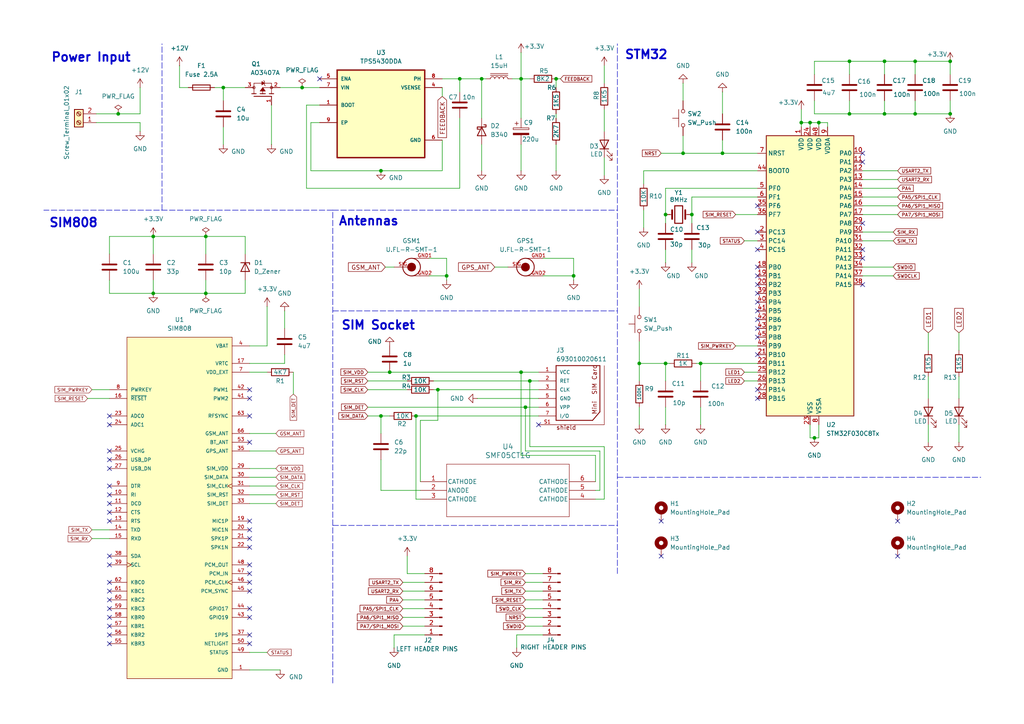
<source format=kicad_sch>
(kicad_sch (version 20250114) (generator "eeschema") (generator_version "9.0")
  (paper "A4")
  (title_block (title "GPS Tracker with STM32") (date "2025-11-27") (comment 1 "By Harshal"))
  (text "SIM808" (at 21.336 64.77 0) (effects (font (size 2.54 2.54) (thickness 0.508) (bold yes))))
  (text "STM32\n" (at 187.452 16.002 0) (effects (font (size 2.54 2.54) (thickness 0.508) (bold yes))))
  (text "SIM Socket" (at 109.728 94.488 0) (effects (font (size 2.54 2.54) (thickness 0.508) (bold yes))))
  (text "Power Input\n" (at 26.416 16.764 0) (effects (font (size 2.54 2.54) (thickness 0.508) (bold yes))))
  (text "Antennas\n" (at 106.934 64.262 0) (effects (font (size 2.54 2.54) (thickness 0.508) (bold yes))))
  (junction (at 161.29 22.86))
  (junction (at 59.69 85.09))
  (junction (at 185.42 105.41))
  (junction (at 275.59 33.02))
  (junction (at 113.03 107.95))
  (junction (at 120.65 120.65))
  (junction (at 152.4 118.11))
  (junction (at 203.2 105.41))
  (junction (at 209.55 44.45))
  (junction (at 129.54 80.01))
  (junction (at 151.13 107.95))
  (junction (at 166.37 80.01))
  (junction (at 265.43 33.02))
  (junction (at 275.59 17.78))
  (junction (at 133.35 22.86))
  (junction (at 246.38 33.02))
  (junction (at 237.49 35.56))
  (junction (at 246.38 17.78))
  (junction (at 110.49 49.53))
  (junction (at 232.41 35.56))
  (junction (at 44.45 85.09))
  (junction (at 265.43 17.78))
  (junction (at 153.67 110.49))
  (junction (at 127 113.03))
  (junction (at 34.29 33.02))
  (junction (at 198.12 44.45))
  (junction (at 256.54 33.02))
  (junction (at 200.66 62.23))
  (junction (at 139.7 22.86))
  (junction (at 193.04 105.41))
  (junction (at 151.13 22.86))
  (junction (at 110.49 120.65))
  (junction (at 236.22 127))
  (junction (at 193.04 62.23))
  (junction (at 87.63 25.4))
  (junction (at 256.54 17.78))
  (junction (at 44.45 68.58))
  (junction (at 234.95 35.56))
  (junction (at 59.69 68.58))
  (junction (at 64.77 25.4))
  (no_connect (at 72.39 120.65))
  (no_connect (at 31.75 120.65))
  (no_connect (at 72.39 153.67))
  (no_connect (at 219.71 113.03))
  (no_connect (at 260.35 161.29))
  (no_connect (at 31.75 146.05))
  (no_connect (at 219.71 85.09))
  (no_connect (at 72.39 184.15))
  (no_connect (at 92.71 22.86))
  (no_connect (at 250.19 72.39))
  (no_connect (at 31.75 133.35))
  (no_connect (at 31.75 140.97))
  (no_connect (at 219.71 72.39))
  (no_connect (at 219.71 82.55))
  (no_connect (at 72.39 179.07))
  (no_connect (at 31.75 148.59))
  (no_connect (at 72.39 186.69))
  (no_connect (at 31.75 171.45))
  (no_connect (at 156.21 123.19))
  (no_connect (at 72.39 156.21))
  (no_connect (at 250.19 44.45))
  (no_connect (at 31.75 143.51))
  (no_connect (at 219.71 80.01))
  (no_connect (at 31.75 123.19))
  (no_connect (at 219.71 92.71))
  (no_connect (at 31.75 135.89))
  (no_connect (at 72.39 115.57))
  (no_connect (at 31.75 130.81))
  (no_connect (at 31.75 163.83))
  (no_connect (at 31.75 181.61))
  (no_connect (at 31.75 151.13))
  (no_connect (at 72.39 176.53))
  (no_connect (at 31.75 161.29))
  (no_connect (at 72.39 163.83))
  (no_connect (at 31.75 184.15))
  (no_connect (at 250.19 46.99))
  (no_connect (at 72.39 151.13))
  (no_connect (at 72.39 168.91))
  (no_connect (at 219.71 102.87))
  (no_connect (at 219.71 77.47))
  (no_connect (at 219.71 115.57))
  (no_connect (at 72.39 128.27))
  (no_connect (at 219.71 67.31))
  (no_connect (at 260.35 151.13))
  (no_connect (at 191.77 151.13))
  (no_connect (at 72.39 171.45))
  (no_connect (at 31.75 168.91))
  (no_connect (at 250.19 82.55))
  (no_connect (at 219.71 95.25))
  (no_connect (at 31.75 179.07))
  (no_connect (at 250.19 74.93))
  (no_connect (at 72.39 158.75))
  (no_connect (at 72.39 166.37))
  (no_connect (at 219.71 90.17))
  (no_connect (at 250.19 64.77))
  (no_connect (at 219.71 97.79))
  (no_connect (at 31.75 173.99))
  (no_connect (at 191.77 161.29))
  (no_connect (at 72.39 113.03))
  (no_connect (at 219.71 87.63))
  (no_connect (at 31.75 176.53))
  (no_connect (at 219.71 59.69))
  (no_connect (at 31.75 186.69))
  (wire (pts (xy 138.43 115.57) (xy 156.21 115.57)))
  (wire (pts (xy 219.71 57.15) (xy 200.66 57.15)))
  (wire (pts (xy 129.54 74.93) (xy 129.54 80.01)))
  (wire (pts (xy 133.35 54.61) (xy 133.35 34.29)))
  (wire (pts (xy 275.59 33.02) (xy 265.43 33.02)))
  (wire (pts (xy 81.28 25.4) (xy 87.63 25.4)))
  (wire (pts (xy 40.64 35.56) (xy 40.64 38.1)))
  (wire (pts (xy 153.67 110.49) (xy 156.21 110.49)))
  (wire (pts (xy 26.67 113.03) (xy 31.75 113.03)))
  (wire (pts (xy 256.54 29.21) (xy 256.54 33.02)))
  (wire (pts (xy 27.94 35.56) (xy 40.64 35.56)))
  (wire (pts (xy 72.39 143.51) (xy 80.01 143.51)))
  (wire (pts (xy 149.86 184.15) (xy 157.48 184.15)))
  (wire (pts (xy 209.55 26.67) (xy 209.55 33.02)))
  (wire (pts (xy 80.01 140.97) (xy 72.39 140.97)))
  (wire (pts (xy 256.54 33.02) (xy 246.38 33.02)))
  (wire (pts (xy 200.66 57.15) (xy 200.66 62.23)))
  (wire (pts (xy 26.67 153.67) (xy 31.75 153.67)))
  (wire (pts (xy 72.39 125.73) (xy 80.01 125.73)))
  (wire (pts (xy 157.48 74.93) (xy 166.37 74.93)))
  (wire (pts (xy 175.26 144.78) (xy 175.26 129.54)))
  (wire (pts (xy 185.42 118.11) (xy 185.42 123.19)))
  (wire (pts (xy 127 121.92) (xy 127 113.03)))
  (wire (pts (xy 85.09 107.95) (xy 85.09 114.3)))
  (wire (pts (xy 246.38 33.02) (xy 236.22 33.02)))
  (wire (pts (xy 88.9 54.61) (xy 133.35 54.61)))
  (wire (pts (xy 166.37 80.01) (xy 166.37 81.28)))
  (wire (pts (xy 250.19 52.07) (xy 260.35 52.07)))
  (wire (pts (xy 246.38 29.21) (xy 246.38 33.02)))
  (wire (pts (xy 80.01 146.05) (xy 72.39 146.05)))
  (wire (pts (xy 219.71 69.85) (xy 215.9 69.85)))
  (wire (pts (xy 275.59 29.21) (xy 275.59 33.02)))
  (wire (pts (xy 52.07 25.4) (xy 52.07 19.05)))
  (polyline (pts (xy 96.52 60.96) (xy 12.7 60.96)) (stroke (width 0) (type dash)))
  (wire (pts (xy 172.72 142.24) (xy 173.99 142.24)))
  (wire (pts (xy 193.04 76.2) (xy 193.04 72.39)))
  (wire (pts (xy 124.46 74.93) (xy 129.54 74.93)))
  (wire (pts (xy 152.4 130.81) (xy 152.4 118.11)))
  (wire (pts (xy 219.71 105.41) (xy 203.2 105.41)))
  (wire (pts (xy 250.19 54.61) (xy 260.35 54.61)))
  (wire (pts (xy 34.29 33.02) (xy 40.64 33.02)))
  (wire (pts (xy 265.43 17.78) (xy 275.59 17.78)))
  (wire (pts (xy 186.69 60.96) (xy 186.69 66.04)))
  (wire (pts (xy 234.95 35.56) (xy 232.41 35.56)))
  (wire (pts (xy 161.29 34.29) (xy 161.29 33.02)))
  (wire (pts (xy 72.39 107.95) (xy 77.47 107.95)))
  (wire (pts (xy 59.69 73.66) (xy 59.69 68.58)))
  (wire (pts (xy 110.49 142.24) (xy 110.49 133.35)))
  (polyline (pts (xy 96.52 152.4) (xy 179.07 152.4)) (stroke (width 0) (type dash)))
  (wire (pts (xy 31.75 85.09) (xy 44.45 85.09)))
  (wire (pts (xy 106.68 110.49) (xy 118.11 110.49)))
  (wire (pts (xy 269.24 115.57) (xy 269.24 109.22)))
  (wire (pts (xy 193.04 64.77) (xy 193.04 62.23)))
  (wire (pts (xy 161.29 41.91) (xy 161.29 49.53)))
  (wire (pts (xy 256.54 17.78) (xy 265.43 17.78)))
  (wire (pts (xy 151.13 22.86) (xy 153.67 22.86)))
  (wire (pts (xy 193.04 54.61) (xy 219.71 54.61)))
  (wire (pts (xy 71.12 81.28) (xy 71.12 85.09)))
  (wire (pts (xy 152.4 179.07) (xy 157.48 179.07)))
  (wire (pts (xy 232.41 36.83) (xy 232.41 35.56)))
  (wire (pts (xy 234.95 36.83) (xy 234.95 35.56)))
  (wire (pts (xy 234.95 127) (xy 236.22 127)))
  (wire (pts (xy 139.7 49.53) (xy 139.7 41.91)))
  (wire (pts (xy 31.75 68.58) (xy 31.75 73.66)))
  (wire (pts (xy 116.84 179.07) (xy 123.19 179.07)))
  (wire (pts (xy 278.13 101.6) (xy 278.13 96.52)))
  (wire (pts (xy 80.01 130.81) (xy 72.39 130.81)))
  (wire (pts (xy 237.49 36.83) (xy 237.49 35.56)))
  (wire (pts (xy 172.72 144.78) (xy 175.26 144.78)))
  (wire (pts (xy 118.11 166.37) (xy 123.19 166.37)))
  (wire (pts (xy 92.71 30.48) (xy 88.9 30.48)))
  (wire (pts (xy 59.69 85.09) (xy 71.12 85.09)))
  (wire (pts (xy 185.42 99.06) (xy 185.42 105.41)))
  (wire (pts (xy 90.17 35.56) (xy 90.17 49.53)))
  (wire (pts (xy 265.43 33.02) (xy 256.54 33.02)))
  (wire (pts (xy 133.35 22.86) (xy 139.7 22.86)))
  (wire (pts (xy 259.08 67.31) (xy 250.19 67.31)))
  (wire (pts (xy 25.4 115.57) (xy 31.75 115.57)))
  (wire (pts (xy 90.17 49.53) (xy 110.49 49.53)))
  (wire (pts (xy 193.04 62.23) (xy 193.04 54.61)))
  (wire (pts (xy 240.03 35.56) (xy 237.49 35.56)))
  (wire (pts (xy 44.45 85.09) (xy 59.69 85.09)))
  (polyline (pts (xy 96.52 198.12) (xy 96.52 60.96)) (stroke (width 0) (type dash)))
  (wire (pts (xy 237.49 35.56) (xy 234.95 35.56)))
  (wire (pts (xy 269.24 101.6) (xy 269.24 96.52)))
  (wire (pts (xy 121.92 144.78) (xy 120.65 144.78)))
  (polyline (pts (xy 96.52 60.96) (xy 179.07 60.96)) (stroke (width 0) (type dash)))
  (wire (pts (xy 237.49 127) (xy 237.49 123.19)))
  (wire (pts (xy 152.4 118.11) (xy 106.68 118.11)))
  (wire (pts (xy 157.48 166.37) (xy 152.4 166.37)))
  (wire (pts (xy 157.48 173.99) (xy 152.4 173.99)))
  (wire (pts (xy 259.08 77.47) (xy 250.19 77.47)))
  (wire (pts (xy 77.47 100.33) (xy 77.47 88.9)))
  (wire (pts (xy 123.19 184.15) (xy 114.3 184.15)))
  (wire (pts (xy 92.71 35.56) (xy 90.17 35.56)))
  (wire (pts (xy 259.08 69.85) (xy 250.19 69.85)))
  (wire (pts (xy 175.26 129.54) (xy 153.67 129.54)))
  (wire (pts (xy 250.19 49.53) (xy 260.35 49.53)))
  (wire (pts (xy 111.76 77.47) (xy 114.3 77.47)))
  (wire (pts (xy 153.67 129.54) (xy 153.67 110.49)))
  (wire (pts (xy 193.04 110.49) (xy 193.04 105.41)))
  (wire (pts (xy 265.43 21.59) (xy 265.43 17.78)))
  (wire (pts (xy 203.2 123.19) (xy 203.2 118.11)))
  (wire (pts (xy 128.27 49.53) (xy 128.27 40.64)))
  (wire (pts (xy 209.55 44.45) (xy 219.71 44.45)))
  (wire (pts (xy 127 113.03) (xy 156.21 113.03)))
  (wire (pts (xy 151.13 15.24) (xy 151.13 22.86)))
  (wire (pts (xy 151.13 41.91) (xy 151.13 49.53)))
  (wire (pts (xy 116.84 181.61) (xy 123.19 181.61)))
  (wire (pts (xy 106.68 113.03) (xy 118.11 113.03)))
  (wire (pts (xy 234.95 123.19) (xy 234.95 127)))
  (wire (pts (xy 125.73 110.49) (xy 153.67 110.49)))
  (wire (pts (xy 128.27 25.4) (xy 128.27 27.94)))
  (wire (pts (xy 173.99 142.24) (xy 173.99 130.81)))
  (wire (pts (xy 172.72 132.08) (xy 151.13 132.08)))
  (wire (pts (xy 236.22 33.02) (xy 236.22 29.21)))
  (wire (pts (xy 120.65 120.65) (xy 156.21 120.65)))
  (wire (pts (xy 219.71 110.49) (xy 215.9 110.49)))
  (wire (pts (xy 193.04 118.11) (xy 193.04 123.19)))
  (wire (pts (xy 44.45 68.58) (xy 59.69 68.58)))
  (wire (pts (xy 31.75 156.21) (xy 26.67 156.21)))
  (wire (pts (xy 64.77 25.4) (xy 71.12 25.4)))
  (wire (pts (xy 27.94 33.02) (xy 34.29 33.02)))
  (wire (pts (xy 88.9 30.48) (xy 88.9 54.61)))
  (wire (pts (xy 71.12 68.58) (xy 59.69 68.58)))
  (wire (pts (xy 151.13 34.29) (xy 151.13 22.86)))
  (wire (pts (xy 173.99 130.81) (xy 152.4 130.81)))
  (wire (pts (xy 44.45 81.28) (xy 44.45 85.09)))
  (wire (pts (xy 72.39 138.43) (xy 80.01 138.43)))
  (wire (pts (xy 116.84 168.91) (xy 123.19 168.91)))
  (wire (pts (xy 125.73 113.03) (xy 127 113.03)))
  (wire (pts (xy 72.39 100.33) (xy 77.47 100.33)))
  (wire (pts (xy 52.07 25.4) (xy 54.61 25.4)))
  (wire (pts (xy 161.29 22.86) (xy 162.56 22.86)))
  (wire (pts (xy 139.7 22.86) (xy 140.97 22.86)))
  (wire (pts (xy 71.12 73.66) (xy 71.12 68.58)))
  (wire (pts (xy 40.64 33.02) (xy 40.64 25.4)))
  (wire (pts (xy 186.69 49.53) (xy 219.71 49.53)))
  (wire (pts (xy 278.13 115.57) (xy 278.13 109.22)))
  (wire (pts (xy 156.21 118.11) (xy 152.4 118.11)))
  (wire (pts (xy 198.12 39.37) (xy 198.12 44.45)))
  (wire (pts (xy 116.84 173.99) (xy 123.19 173.99)))
  (wire (pts (xy 265.43 29.21) (xy 265.43 33.02)))
  (wire (pts (xy 72.39 105.41) (xy 82.55 105.41)))
  (wire (pts (xy 203.2 105.41) (xy 201.93 105.41)))
  (wire (pts (xy 166.37 74.93) (xy 166.37 80.01)))
  (wire (pts (xy 236.22 17.78) (xy 246.38 17.78)))
  (wire (pts (xy 143.51 77.47) (xy 147.32 77.47)))
  (wire (pts (xy 149.86 187.96) (xy 149.86 184.15)))
  (wire (pts (xy 269.24 128.27) (xy 269.24 123.19)))
  (wire (pts (xy 44.45 68.58) (xy 31.75 68.58)))
  (wire (pts (xy 193.04 105.41) (xy 185.42 105.41)))
  (wire (pts (xy 250.19 59.69) (xy 260.35 59.69)))
  (wire (pts (xy 152.4 168.91) (xy 157.48 168.91)))
  (wire (pts (xy 151.13 132.08) (xy 151.13 107.95)))
  (wire (pts (xy 203.2 110.49) (xy 203.2 105.41)))
  (wire (pts (xy 185.42 105.41) (xy 185.42 110.49)))
  (polyline (pts (xy 179.07 138.43) (xy 284.48 138.43)) (stroke (width 0) (type dash)))
  (wire (pts (xy 139.7 34.29) (xy 139.7 22.86)))
  (wire (pts (xy 156.21 107.95) (xy 151.13 107.95)))
  (wire (pts (xy 275.59 17.78) (xy 275.59 21.59)))
  (wire (pts (xy 129.54 80.01) (xy 129.54 81.28)))
  (wire (pts (xy 110.49 49.53) (xy 128.27 49.53)))
  (wire (pts (xy 200.66 76.2) (xy 200.66 72.39)))
  (wire (pts (xy 236.22 21.59) (xy 236.22 17.78)))
  (wire (pts (xy 260.35 57.15) (xy 250.19 57.15)))
  (wire (pts (xy 148.59 22.86) (xy 151.13 22.86)))
  (wire (pts (xy 113.03 107.95) (xy 151.13 107.95)))
  (wire (pts (xy 175.26 50.8) (xy 175.26 45.72)))
  (wire (pts (xy 194.31 105.41) (xy 193.04 105.41)))
  (wire (pts (xy 198.12 29.21) (xy 198.12 24.13)))
  (wire (pts (xy 106.68 120.65) (xy 110.49 120.65)))
  (wire (pts (xy 256.54 21.59) (xy 256.54 17.78)))
  (wire (pts (xy 175.26 38.1) (xy 175.26 31.75)))
  (wire (pts (xy 120.65 144.78) (xy 120.65 120.65)))
  (wire (pts (xy 213.36 62.23) (xy 219.71 62.23)))
  (wire (pts (xy 62.23 25.4) (xy 64.77 25.4)))
  (wire (pts (xy 31.75 81.28) (xy 31.75 85.09)))
  (wire (pts (xy 232.41 35.56) (xy 232.41 31.75)))
  (wire (pts (xy 260.35 62.23) (xy 250.19 62.23)))
  (wire (pts (xy 113.03 107.95) (xy 106.68 107.95)))
  (wire (pts (xy 157.48 80.01) (xy 166.37 80.01)))
  (polyline (pts (xy 46.99 60.96) (xy 46.99 12.7)) (stroke (width 0) (type dash)))
  (wire (pts (xy 128.27 22.86) (xy 133.35 22.86)))
  (wire (pts (xy 157.48 176.53) (xy 152.4 176.53)))
  (wire (pts (xy 121.92 121.92) (xy 127 121.92)))
  (wire (pts (xy 110.49 120.65) (xy 113.03 120.65)))
  (wire (pts (xy 121.92 142.24) (xy 110.49 142.24)))
  (wire (pts (xy 185.42 88.9) (xy 185.42 83.82)))
  (wire (pts (xy 172.72 139.7) (xy 172.72 132.08)))
  (wire (pts (xy 200.66 64.77) (xy 200.66 62.23)))
  (wire (pts (xy 44.45 73.66) (xy 44.45 68.58)))
  (wire (pts (xy 209.55 40.64) (xy 209.55 44.45)))
  (wire (pts (xy 240.03 36.83) (xy 240.03 35.56)))
  (wire (pts (xy 116.84 171.45) (xy 123.19 171.45)))
  (wire (pts (xy 259.08 80.01) (xy 250.19 80.01)))
  (wire (pts (xy 64.77 36.83) (xy 64.77 41.91)))
  (wire (pts (xy 152.4 181.61) (xy 157.48 181.61)))
  (wire (pts (xy 278.13 128.27) (xy 278.13 123.19)))
  (wire (pts (xy 236.22 127) (xy 237.49 127)))
  (wire (pts (xy 64.77 29.21) (xy 64.77 25.4)))
  (wire (pts (xy 175.26 24.13) (xy 175.26 19.05)))
  (wire (pts (xy 78.74 30.48) (xy 78.74 41.91)))
  (wire (pts (xy 116.84 176.53) (xy 123.19 176.53)))
  (wire (pts (xy 161.29 25.4) (xy 161.29 22.86)))
  (polyline (pts (xy 179.07 166.37) (xy 179.07 12.7)) (stroke (width 0) (type dash)))
  (wire (pts (xy 72.39 189.23) (xy 77.47 189.23)))
  (wire (pts (xy 114.3 184.15) (xy 114.3 187.96)))
  (wire (pts (xy 59.69 81.28) (xy 59.69 85.09)))
  (wire (pts (xy 81.28 194.31) (xy 72.39 194.31)))
  (wire (pts (xy 124.46 80.01) (xy 129.54 80.01)))
  (wire (pts (xy 82.55 90.17) (xy 82.55 95.25)))
  (wire (pts (xy 92.71 25.4) (xy 87.63 25.4)))
  (wire (pts (xy 80.01 135.89) (xy 72.39 135.89)))
  (wire (pts (xy 118.11 161.29) (xy 118.11 166.37)))
  (wire (pts (xy 82.55 105.41) (xy 82.55 102.87)))
  (wire (pts (xy 246.38 21.59) (xy 246.38 17.78)))
  (wire (pts (xy 133.35 22.86) (xy 133.35 26.67)))
  (wire (pts (xy 213.36 100.33) (xy 219.71 100.33)))
  (polyline (pts (xy 96.52 90.17) (xy 179.07 90.17)) (stroke (width 0) (type dash)))
  (wire (pts (xy 215.9 107.95) (xy 219.71 107.95)))
  (wire (pts (xy 191.77 44.45) (xy 198.12 44.45)))
  (wire (pts (xy 198.12 44.45) (xy 209.55 44.45)))
  (wire (pts (xy 186.69 53.34) (xy 186.69 49.53)))
  (wire (pts (xy 157.48 171.45) (xy 152.4 171.45)))
  (wire (pts (xy 121.92 139.7) (xy 121.92 121.92)))
  (wire (pts (xy 246.38 17.78) (xy 256.54 17.78)))
  (wire (pts (xy 110.49 125.73) (xy 110.49 120.65)))
  (global_label "PA7{slash}SPI1_MOSI" (shape input) (at 260.35 62.23 0) (effects (font (size 0.9652 0.9652))) (property "Intersheetrefs" "${INTERSHEET_REFS}" (effects (hide yes))))
  (global_label "USART2_RX" (shape input) (at 116.84 171.45 180) (effects (font (size 0.9652 0.9652) (thickness 0.1588))) (property "Intersheetrefs" "${INTERSHEET_REFS}" (effects (hide yes))))
  (global_label "USART2_TX" (shape input) (at 260.35 49.53 0) (effects (font (size 0.9652 0.9652))) (property "Intersheetrefs" "${INTERSHEET_REFS}" (effects (hide yes))))
  (global_label "PA4" (shape input) (at 260.35 54.61 0) (effects (font (size 0.9652 0.9652))) (property "Intersheetrefs" "${INTERSHEET_REFS}" (effects (hide yes))))
  (global_label "LED2" (shape input) (at 215.9 110.49 180) (effects (font (size 0.9652 0.9652))) (property "Intersheetrefs" "${INTERSHEET_REFS}" (effects (hide yes))))
  (global_label "SIM_PWRKEY" (shape input) (at 26.67 113.03 180) (effects (font (size 0.9652 0.9652) (thickness 0.1207))) (property "Intersheetrefs" "${INTERSHEET_REFS}" (effects (hide yes))))
  (global_label "SIM_PWRKEY" (shape input) (at 213.36 100.33 180) (effects (font (size 0.9652 0.9652))) (property "Intersheetrefs" "${INTERSHEET_REFS}" (effects (hide yes))))
  (global_label "SIM_RESET" (shape input) (at 25.4 115.57 180) (effects (font (size 0.9652 0.9652) (thickness 0.1207))) (property "Intersheetrefs" "${INTERSHEET_REFS}" (effects (hide yes))))
  (global_label "SIM_DET" (shape input) (at 80.01 146.05 0) (effects (font (size 0.9652 0.9652) (thickness 0.1207))) (property "Intersheetrefs" "${INTERSHEET_REFS}" (effects (hide yes))))
  (global_label "PA5{slash}SPI1_CLK" (shape input) (at 116.84 176.53 180) (effects (font (size 0.9652 0.9652) (thickness 0.1588))) (property "Intersheetrefs" "${INTERSHEET_REFS}" (effects (hide yes))))
  (global_label "PA6{slash}SPI1_MISO" (shape input) (at 260.35 59.69 0) (effects (font (size 0.9652 0.9652))) (property "Intersheetrefs" "${INTERSHEET_REFS}" (effects (hide yes))))
  (global_label "SIM_DET" (shape input) (at 85.09 114.3 270) (effects (font (size 0.9652 0.9652) (thickness 0.1207))) (property "Intersheetrefs" "${INTERSHEET_REFS}" (effects (hide yes))))
  (global_label "STATUS" (shape input) (at 77.47 189.23 0) (effects (font (size 0.9652 0.9652) (thickness 0.1207))) (property "Intersheetrefs" "${INTERSHEET_REFS}" (effects (hide yes))))
  (global_label "SIM_TX" (shape input) (at 259.08 69.85 0) (effects (font (size 0.9652 0.9652))) (property "Intersheetrefs" "${INTERSHEET_REFS}" (effects (hide yes))))
  (global_label "SIM_VDD" (shape input) (at 106.68 107.95 180) (effects (font (size 0.9652 0.9652))) (property "Intersheetrefs" "${INTERSHEET_REFS}" (effects (hide yes))))
  (global_label "NRST" (shape input) (at 152.4 179.07 180) (effects (font (size 0.9652 0.9652) (thickness 0.1588))) (property "Intersheetrefs" "${INTERSHEET_REFS}" (effects (hide yes))))
  (global_label "PA7{slash}SPI1_MOSI" (shape input) (at 116.84 181.61 180) (effects (font (size 0.9652 0.9652) (thickness 0.1588))) (property "Intersheetrefs" "${INTERSHEET_REFS}" (effects (hide yes))))
  (global_label "SIM_VDD" (shape input) (at 80.01 135.89 0) (effects (font (size 0.9652 0.9652) (thickness 0.1207))) (property "Intersheetrefs" "${INTERSHEET_REFS}" (effects (hide yes))))
  (global_label "LED1" (shape input) (at 269.24 96.52 90) (property "Intersheetrefs" "${INTERSHEET_REFS}" (effects (hide yes))))
  (global_label "NRST" (shape input) (at 191.77 44.45 180) (effects (font (size 0.9652 0.9652))) (property "Intersheetrefs" "${INTERSHEET_REFS}" (effects (hide yes))))
  (global_label "SIM_DATA" (shape input) (at 80.01 138.43 0) (effects (font (size 0.9652 0.9652) (thickness 0.1207))) (property "Intersheetrefs" "${INTERSHEET_REFS}" (effects (hide yes))))
  (global_label "SIM_RST" (shape input) (at 106.68 110.49 180) (effects (font (size 0.9652 0.9652))) (property "Intersheetrefs" "${INTERSHEET_REFS}" (effects (hide yes))))
  (global_label "PA6{slash}SPI1_MISO" (shape input) (at 116.84 179.07 180) (effects (font (size 0.9652 0.9652) (thickness 0.1588))) (property "Intersheetrefs" "${INTERSHEET_REFS}" (effects (hide yes))))
  (global_label "SIM_RX" (shape input) (at 259.08 67.31 0) (effects (font (size 0.9652 0.9652))) (property "Intersheetrefs" "${INTERSHEET_REFS}" (effects (hide yes))))
  (global_label "SIM_CLK" (shape input) (at 106.68 113.03 180) (effects (font (size 0.9652 0.9652))) (property "Intersheetrefs" "${INTERSHEET_REFS}" (effects (hide yes))))
  (global_label "SWD_CLK" (shape input) (at 152.4 176.53 180) (effects (font (size 0.9652 0.9652) (thickness 0.1588))) (property "Intersheetrefs" "${INTERSHEET_REFS}" (effects (hide yes))))
  (global_label "SIM_RX" (shape input) (at 152.4 168.91 180) (effects (font (size 0.9652 0.9652) (thickness 0.1588))) (property "Intersheetrefs" "${INTERSHEET_REFS}" (effects (hide yes))))
  (global_label "GSM_ANT" (shape input) (at 111.76 77.47 180) (property "Intersheetrefs" "${INTERSHEET_REFS}" (effects (hide yes))))
  (global_label "STATUS" (shape input) (at 215.9 69.85 180) (effects (font (size 0.9652 0.9652))) (property "Intersheetrefs" "${INTERSHEET_REFS}" (effects (hide yes))))
  (global_label "LED2" (shape input) (at 278.13 96.52 90) (property "Intersheetrefs" "${INTERSHEET_REFS}" (effects (hide yes))))
  (global_label "USART2_TX" (shape input) (at 116.84 168.91 180) (effects (font (size 0.9652 0.9652) (thickness 0.1588))) (property "Intersheetrefs" "${INTERSHEET_REFS}" (effects (hide yes))))
  (global_label "GPS_ANT" (shape input) (at 80.01 130.81 0) (effects (font (size 0.9652 0.9652) (thickness 0.1207))) (property "Intersheetrefs" "${INTERSHEET_REFS}" (effects (hide yes))))
  (global_label "SIM_DATA" (shape input) (at 106.68 120.65 180) (effects (font (size 0.9652 0.9652))) (property "Intersheetrefs" "${INTERSHEET_REFS}" (effects (hide yes))))
  (global_label "SIM_PWRKEY" (shape input) (at 152.4 166.37 180) (effects (font (size 0.9652 0.9652) (thickness 0.1588))) (property "Intersheetrefs" "${INTERSHEET_REFS}" (effects (hide yes))))
  (global_label "GPS_ANT" (shape input) (at 143.51 77.47 180) (property "Intersheetrefs" "${INTERSHEET_REFS}" (effects (hide yes))))
  (global_label "SIM_TX" (shape input) (at 26.67 153.67 180) (effects (font (size 0.9652 0.9652) (thickness 0.1207))) (property "Intersheetrefs" "${INTERSHEET_REFS}" (effects (hide yes))))
  (global_label "PA4" (shape input) (at 116.84 173.99 180) (effects (font (size 0.9652 0.9652) (thickness 0.1588))) (property "Intersheetrefs" "${INTERSHEET_REFS}" (effects (hide yes))))
  (global_label "FEEDBACK" (shape input) (at 128.27 27.94 270) (property "Intersheetrefs" "${INTERSHEET_REFS}" (effects (hide yes))))
  (global_label "SIM_RX" (shape input) (at 26.67 156.21 180) (effects (font (size 0.9652 0.9652) (thickness 0.1207))) (property "Intersheetrefs" "${INTERSHEET_REFS}" (effects (hide yes))))
  (global_label "SWDIO" (shape input) (at 259.08 77.47 0) (effects (font (size 0.9652 0.9652))) (property "Intersheetrefs" "${INTERSHEET_REFS}" (effects (hide yes))))
  (global_label "LED1" (shape input) (at 215.9 107.95 180) (effects (font (size 0.9652 0.9652))) (property "Intersheetrefs" "${INTERSHEET_REFS}" (effects (hide yes))))
  (global_label "SIM_RESET" (shape input) (at 213.36 62.23 180) (effects (font (size 0.9652 0.9652))) (property "Intersheetrefs" "${INTERSHEET_REFS}" (effects (hide yes))))
  (global_label "SIM_RST" (shape input) (at 80.01 143.51 0) (effects (font (size 0.9652 0.9652) (thickness 0.1207))) (property "Intersheetrefs" "${INTERSHEET_REFS}" (effects (hide yes))))
  (global_label "GSM_ANT" (shape input) (at 80.01 125.73 0) (effects (font (size 0.9652 0.9652) (thickness 0.1207))) (property "Intersheetrefs" "${INTERSHEET_REFS}" (effects (hide yes))))
  (global_label "SIM_DET" (shape input) (at 106.68 118.11 180) (effects (font (size 0.9652 0.9652))) (property "Intersheetrefs" "${INTERSHEET_REFS}" (effects (hide yes))))
  (global_label "SWDCLK" (shape input) (at 259.08 80.01 0) (effects (font (size 0.9652 0.9652))) (property "Intersheetrefs" "${INTERSHEET_REFS}" (effects (hide yes))))
  (global_label "PA5{slash}SPI1_CLK" (shape input) (at 260.35 57.15 0) (effects (font (size 0.9652 0.9652))) (property "Intersheetrefs" "${INTERSHEET_REFS}" (effects (hide yes))))
  (global_label "SIM_TX" (shape input) (at 152.4 171.45 180) (effects (font (size 0.9652 0.9652) (thickness 0.1588))) (property "Intersheetrefs" "${INTERSHEET_REFS}" (effects (hide yes))))
  (global_label "SIM_RESET" (shape input) (at 152.4 173.99 180) (effects (font (size 0.9652 0.9652) (thickness 0.1588))) (property "Intersheetrefs" "${INTERSHEET_REFS}" (effects (hide yes))))
  (global_label "SIM_CLK" (shape input) (at 80.01 140.97 0) (effects (font (size 0.9652 0.9652) (thickness 0.1207))) (property "Intersheetrefs" "${INTERSHEET_REFS}" (effects (hide yes))))
  (global_label "SWDI0" (shape input) (at 152.4 181.61 180) (effects (font (size 0.9652 0.9652) (thickness 0.1588))) (property "Intersheetrefs" "${INTERSHEET_REFS}" (effects (hide yes))))
  (global_label "FEEDBACK" (shape input) (at 162.56 22.86 0) (effects (font (size 0.9652 0.9652))) (property "Intersheetrefs" "${INTERSHEET_REFS}" (effects (hide yes))))
  (global_label "USART2_RX" (shape input) (at 260.35 52.07 0) (effects (font (size 0.9652 0.9652))) (property "Intersheetrefs" "${INTERSHEET_REFS}" (effects (hide yes))))
  (symbol (lib_id "Device:C") (at 256.54 25.4 0) (unit 1)
    (property "Reference" "C17" (at 258.826 23.368 0) (effects (justify left)))
    (property "Value" "100n" (at 259.08 27.432 0) (effects (justify left)))
    (property "Footprint" "Capacitor_SMD:C_0402_1005Metric" (effects (hide yes)))
    (property "Description" "Unpolarized capacitor" (effects (hide yes)))
  )
  (symbol (lib_id "Device:R") (at 157.48 22.86 90) (unit 1)
    (property "Reference" "R5" (at 157.734 20.574 90))
    (property "Value" "8K2" (at 157.48 22.86 90))
    (property "Footprint" "Resistor_SMD:R_0805_2012Metric" (effects (hide yes)))
    (property "Description" "Resistor" (effects (hide yes)))
  )
  (symbol (lib_id "power:GND") (at 64.77 41.91 0) (unit 1)
    (property "Reference" "#PWR018" (effects (hide yes)))
    (property "Value" "GND" (at 69.088 43.942 0))
    (property "Description" "Power symbol creates a global label with name \"GND\" , ground" (effects (hide yes)))
  )
  (symbol (lib_id "power:GND") (at 78.74 41.91 0) (unit 1)
    (property "Reference" "#PWR017" (effects (hide yes)))
    (property "Value" "GND" (at 83.058 43.942 0))
    (property "Description" "Power symbol creates a global label with name \"GND\" , ground" (effects (hide yes)))
  )
  (symbol (lib_id "power:GND") (at 139.7 49.53 0) (unit 1)
    (property "Reference" "#PWR024" (effects (hide yes)))
    (property "Value" "GND" (at 139.7 54.61 0))
    (property "Description" "Power symbol creates a global label with name \"GND\" , ground" (effects (hide yes)))
  )
  (symbol (lib_id "Device:R") (at 121.92 113.03 90) (unit 1)
    (property "Reference" "R4" (at 117.856 112.014 90))
    (property "Value" "10K" (at 121.92 113.03 90))
    (property "Footprint" "Resistor_SMD:R_0402_1005Metric" (effects (hide yes)))
    (property "Description" "Resistor" (effects (hide yes)))
  )
  (symbol (lib_id "power:GND") (at 161.29 49.53 0) (unit 1)
    (property "Reference" "#PWR022" (effects (hide yes)))
    (property "Value" "GND" (at 161.29 54.61 0))
    (property "Description" "Power symbol creates a global label with name \"GND\" , ground" (effects (hide yes)))
  )
  (symbol (lib_id "Device:D_Zener") (at 71.12 77.47 270) (unit 1)
    (property "Reference" "D1" (at 73.66 76.1999 90) (effects (justify left)))
    (property "Value" "D_Zener" (at 73.66 78.7399 90) (effects (justify left)))
    (property "Footprint" "Diode_SMD:D_0805_2012Metric" (effects (hide yes)))
    (property "Description" "Zener diode" (effects (hide yes)))
  )
  (symbol (lib_id "Device:C") (at 265.43 25.4 0) (unit 1)
    (property "Reference" "C18" (at 267.462 23.368 0) (effects (justify left)))
    (property "Value" "100n" (at 267.716 27.178 0) (effects (justify left)))
    (property "Footprint" "Capacitor_SMD:C_0402_1005Metric" (effects (hide yes)))
    (property "Description" "Unpolarized capacitor" (effects (hide yes)))
  )
  (symbol (lib_id "power:+3.3V") (at 44.45 68.58 0) (unit 1)
    (property "Reference" "#PWR05" (effects (hide yes)))
    (property "Value" "+3.3V" (at 44.45 63.5 0))
    (property "Description" "Power symbol creates a global label with name \"+3.3V\"" (effects (hide yes)))
  )
  (symbol (lib_id "power:GND") (at 113.03 100.33 180) (unit 1)
    (property "Reference" "#PWR015" (effects (hide yes)))
    (property "Value" "GND" (at 108.712 99.06 0))
    (property "Description" "Power symbol creates a global label with name \"GND\" , ground" (effects (hide yes)))
  )
  (symbol (lib_id "Diode:B340") (at 139.7 38.1 270) (unit 1)
    (property "Reference" "D2" (at 142.24 36.5124 90) (effects (justify left)))
    (property "Value" "B340" (at 142.24 39.0524 90) (effects (justify left)))
    (property "Footprint" "Diode_SMD:D_SMC" (effects (hide yes)))
    (property "Datasheet" "http://www.jameco.com/Jameco/Products/ProdDS/1538777.pdf" (effects (hide yes)))
    (property "Description" "40V 3A Schottky Barrier Rectifier Diode, SMC" (effects (hide yes)))
  )
  (symbol (lib_id "power:GND") (at 151.13 49.53 0) (unit 1)
    (property "Reference" "#PWR023" (effects (hide yes)))
    (property "Value" "GND" (at 151.13 54.61 0))
    (property "Description" "Power symbol creates a global label with name \"GND\" , ground" (effects (hide yes)))
  )
  (symbol (lib_id "Device:R") (at 198.12 105.41 90) (unit 1)
    (property "Reference" "R11" (at 198.12 103.124 90))
    (property "Value" "1K" (at 198.12 105.41 90))
    (property "Footprint" "Resistor_SMD:R_0603_1608Metric" (effects (hide yes)))
    (property "Description" "Resistor" (effects (hide yes)))
  )
  (symbol (lib_id "power:GND") (at 209.55 26.67 180) (unit 1)
    (property "Reference" "#PWR034" (effects (hide yes)))
    (property "Value" "GND" (at 209.55 21.59 0))
    (property "Description" "Power symbol creates a global label with name \"GND\" , ground" (effects (hide yes)))
  )
  (symbol (lib_id "U.FL-R-SMT-1:U.FL-R-SMT-1") (at 119.38 77.47 0) (unit 1)
    (property "Reference" "GSM1" (at 119.38 69.85 0))
    (property "Value" "U.FL-R-SMT-1" (at 119.38 72.39 0))
    (property "Footprint" "U.FL-R-SMT-1:U.FL-R-SMT-1" (effects (hide yes)))
    (property "MF" "Hirose Electric Co Ltd" (effects (hide yes)))
    (property "Description_1" "U.FL-R-SMT(10) Hirose Electric RF Connectors U.FL 0Hz to 6GHz 50Ohm Solder ST SMD F Gold T/R - Arrow.com" (effects (hide yes)))
    (property "Package" "None" (effects (hide yes)))
    (property "Price" "None" (effects (hide yes)))
    (property "SnapEDA_Link" "https://www.snapeda.com/parts/U.FL-R-SMT-1/Hirose+Electric+Co+Ltd/view-part/?ref=snap" (effects (hide yes)))
    (property "MP" "U.FL-R-SMT-1" (effects (hide yes)))
    (property "Availability" "In Stock" (effects (hide yes)))
    (property "Check_prices" "https://www.snapeda.com/parts/U.FL-R-SMT-1/Hirose+Electric+Co+Ltd/view-part/?ref=eda" (effects (hide yes)))
  )
  (symbol (lib_id "Device:R") (at 186.69 57.15 180) (unit 1)
    (property "Reference" "R10" (at 188.214 56.896 0) (effects (justify right)))
    (property "Value" "10K" (at 186.69 58.928 90) (effects (justify right)))
    (property "Footprint" "Resistor_SMD:R_0402_1005Metric" (effects (hide yes)))
    (property "Description" "Resistor" (effects (hide yes)))
  )
  (symbol (lib_id "Device:C") (at 236.22 25.4 0) (unit 1)
    (property "Reference" "C15" (at 238.252 23.368 0) (effects (justify left)))
    (property "Value" "4u7" (at 238.506 26.924 0) (effects (justify left)))
    (property "Footprint" "Capacitor_SMD:C_0201_0603Metric" (effects (hide yes)))
    (property "Description" "Unpolarized capacitor" (effects (hide yes)))
  )
  (symbol (lib_id "Device:C") (at 82.55 99.06 180) (unit 1)
    (property "Reference" "C5" (at 86.36 97.7899 0) (effects (justify right)))
    (property "Value" "4u7" (at 86.36 100.3299 0) (effects (justify right)))
    (property "Footprint" "Capacitor_SMD:C_0201_0603Metric" (effects (hide yes)))
    (property "Description" "Unpolarized capacitor" (effects (hide yes)))
  )
  (symbol (lib_id "Device:L_Iron") (at 144.78 22.86 90) (unit 1)
    (property "Reference" "L1" (at 144.78 16.51 90))
    (property "Value" "15uH" (at 144.78 19.05 90))
    (property "Footprint" "Inductor_SMD:L_10.4x10.4_H4.8" (effects (hide yes)))
    (property "Description" "Inductor with iron core" (effects (hide yes)))
  )
  (symbol (lib_id "power:GND") (at 129.54 81.28 0) (unit 1)
    (property "Reference" "#PWR01" (effects (hide yes)))
    (property "Value" "GND" (at 129.54 86.36 0))
    (property "Description" "Power symbol creates a global label with name \"GND\" , ground" (effects (hide yes)))
  )
  (symbol (lib_id "power:GND") (at 236.22 127 0) (unit 1)
    (property "Reference" "#PWR025" (effects (hide yes)))
    (property "Value" "GND" (at 236.22 132.08 0))
    (property "Description" "Power symbol creates a global label with name \"GND\" , ground" (effects (hide yes)))
  )
  (symbol (lib_id "power:+3.3V") (at 232.41 31.75 0) (unit 1)
    (property "Reference" "#PWR030" (effects (hide yes)))
    (property "Value" "+3.3V" (at 228.6 29.718 0))
    (property "Description" "Power symbol creates a global label with name \"+3.3V\"" (effects (hide yes)))
  )
  (symbol (lib_id "Connector:Conn_01x08_Pin") (at 162.56 176.53 180) (unit 1)
    (property "Reference" "J4" (at 158.496 185.674 0) (effects (justify right)))
    (property "Value" "RIGHT HEADER PINS" (at 150.876 187.706 0) (effects (justify right)))
    (property "Footprint" "Connector_PinHeader_2.54mm:PinHeader_1x08_P2.54mm_Vertical" (effects (hide yes)))
    (property "Description" "Generic connector, single row, 01x08, script generated" (effects (hide yes)))
  )
  (symbol (lib_id "Device:C") (at 133.35 30.48 0) (unit 1)
    (property "Reference" "C7" (at 130.048 28.194 0) (effects (justify left)))
    (property "Value" "10n" (at 134.112 28.194 0) (effects (justify left)))
    (property "Footprint" "Capacitor_SMD:C_0201_0603Metric" (effects (hide yes)))
    (property "Description" "Unpolarized capacitor" (effects (hide yes)))
  )
  (symbol (lib_id "Device:C") (at 203.2 114.3 0) (unit 1)
    (property "Reference" "C12" (at 206.248 112.014 0) (effects (justify left)))
    (property "Value" "100n" (at 205.232 117.094 0) (effects (justify left)))
    (property "Footprint" "Capacitor_SMD:C_0402_1005Metric" (effects (hide yes)))
    (property "Description" "Unpolarized capacitor" (effects (hide yes)))
  )
  (symbol (lib_id "Device:LED") (at 278.13 119.38 90) (unit 1)
    (property "Reference" "D5" (at 273.812 119.888 90) (effects (justify right)))
    (property "Value" "LED" (at 274.066 122.174 90) (effects (justify right)))
    (property "Footprint" "LED_SMD:LED_0201_0603Metric" (effects (hide yes)))
    (property "Description" "Light emitting diode" (effects (hide yes)))
    (property "Sim.Pins" "1=K 2=A" (effects (hide yes)))
  )
  (symbol (lib_id "Device:Crystal") (at 196.85 62.23 0) (unit 1)
    (property "Reference" "Y1" (at 196.85 55.88 0))
    (property "Value" "8MHz" (at 196.85 57.912 0))
    (property "Footprint" "Crystal:Crystal_SMD_5032-2Pin_5.0x3.2mm" (effects (hide yes)))
    (property "Description" "Two pin crystal" (effects (hide yes)))
  )
  (symbol (lib_id "power:+12V") (at 40.64 25.4 0) (unit 1)
    (property "Reference" "#PWR03" (effects (hide yes)))
    (property "Value" "+12V" (at 40.64 20.32 0))
    (property "Description" "Power symbol creates a global label with name \"+12V\"" (effects (hide yes)))
  )
  (symbol (lib_id "power:GND") (at 44.45 85.09 0) (unit 1)
    (property "Reference" "#PWR06" (effects (hide yes)))
    (property "Value" "GND" (at 44.45 90.17 0))
    (property "Description" "Power symbol creates a global label with name \"GND\" , ground" (effects (hide yes)))
  )
  (symbol (lib_id "power:GND") (at 200.66 76.2 0) (unit 1)
    (property "Reference" "#PWR033" (effects (hide yes)))
    (property "Value" "GND" (at 203.454 80.01 0))
    (property "Description" "Power symbol creates a global label with name \"GND\" , ground" (effects (hide yes)))
  )
  (symbol (lib_id "Device:C") (at 31.75 77.47 0) (unit 1)
    (property "Reference" "C1" (at 35.56 76.1999 0) (effects (justify left)))
    (property "Value" "100u" (at 35.56 78.7399 0) (effects (justify left)))
    (property "Footprint" "Capacitor_SMD:C_1206_3216Metric" (effects (hide yes)))
    (property "Description" "Unpolarized capacitor" (effects (hide yes)))
  )
  (symbol (lib_id "power:PWR_FLAG") (at 34.29 33.02 0) (unit 1)
    (property "Reference" "#FLG01" (effects (hide yes)))
    (property "Value" "PWR_FLAG" (at 34.29 27.94 0))
    (property "Description" "Special symbol for telling ERC where power comes from" (effects (hide yes)))
  )
  (symbol (lib_id "693010020611:693010020611") (at 168.91 113.03 0) (unit 1)
    (property "Reference" "J3" (at 161.29 101.6 0) (effects (justify left)))
    (property "Value" "693010020611" (at 161.29 104.14 0) (effects (justify left)))
    (property "Footprint" "693010020611:693010020611" (effects (hide yes)))
    (property "MF" "Wurth Elektronik" (effects (hide yes)))
    (property "Description_1" "CardConnector_SMT_MiniSIM_Header_6pins" (effects (hide yes)))
    (property "Package" "None" (effects (hide yes)))
    (property "Price" "None" (effects (hide yes)))
    (property "SnapEDA_Link" "https://www.snapeda.com/parts/693010020611/Wurth+Electronics/view-part/?ref=snap" (effects (hide yes)))
    (property "MP" "693010020611" (effects (hide yes)))
    (property "Availability" "In Stock" (effects (hide yes)))
    (property "Check_prices" "https://www.snapeda.com/parts/693010020611/Wurth+Electronics/view-part/?ref=eda" (effects (hide yes)))
  )
  (symbol (lib_id "Switch:SW_Push") (at 198.12 34.29 90) (unit 1)
    (property "Reference" "SW2" (at 199.39 33.0199 90) (effects (justify right)))
    (property "Value" "SW_Push" (at 199.39 35.5599 90) (effects (justify right)))
    (property "Footprint" "Button_Switch_SMD:SW_Push_1P1T_NO_CK_KSC6xxJ" (effects (hide yes)))
    (property "Description" "Push button switch, generic, two pins" (effects (hide yes)))
  )
  (symbol (lib_id "Device:R") (at 121.92 110.49 90) (unit 1)
    (property "Reference" "R3" (at 117.856 109.474 90))
    (property "Value" "10K" (at 121.92 110.49 90))
    (property "Footprint" "Resistor_SMD:R_0402_1005Metric" (effects (hide yes)))
    (property "Description" "Resistor" (effects (hide yes)))
  )
  (symbol (lib_id "power:GND") (at 110.49 49.53 0) (unit 1)
    (property "Reference" "#PWR013" (effects (hide yes)))
    (property "Value" "GND" (at 114.808 51.562 0))
    (property "Description" "Power symbol creates a global label with name \"GND\" , ground" (effects (hide yes)))
  )
  (symbol (lib_id "Device:R") (at 161.29 29.21 180) (unit 1)
    (property "Reference" "R6" (at 160.02 25.4 0))
    (property "Value" "1K5" (at 161.29 29.21 90))
    (property "Footprint" "Resistor_SMD:R_0805_2012Metric" (effects (hide yes)))
    (property "Description" "Resistor" (effects (hide yes)))
  )
  (symbol (lib_id "power:GND") (at 166.37 81.28 0) (unit 1)
    (property "Reference" "#PWR02" (effects (hide yes)))
    (property "Value" "GND" (at 166.37 86.36 0))
    (property "Description" "Power symbol creates a global label with name \"GND\" , ground" (effects (hide yes)))
  )
  (symbol (lib_id "Mechanical:MountingHole_Pad") (at 191.77 148.59 0) (unit 1) (in_bom no)
    (property "Reference" "H1" (at 194.31 146.0499 0) (effects (justify left)))
    (property "Value" "MountingHole_Pad" (at 194.31 148.5899 0) (effects (justify left)))
    (property "Footprint" "MountingHole:MountingHole_2.2mm_M2_Pad_Via" (effects (hide yes)))
    (property "Description" "Mounting Hole with connection" (effects (hide yes)))
  )
  (symbol (lib_id "Device:C") (at 275.59 25.4 0) (unit 1)
    (property "Reference" "C19" (at 277.876 23.368 0) (effects (justify left)))
    (property "Value" "100n" (at 278.13 27.178 0) (effects (justify left)))
    (property "Footprint" "Capacitor_SMD:C_0402_1005Metric" (effects (hide yes)))
    (property "Description" "Unpolarized capacitor" (effects (hide yes)))
  )
  (symbol (lib_id "AO3407A:AO3407A") (at 76.2 27.94 270) (mirror x) (unit 1)
    (property "Reference" "Q1" (at 72.898 18.542 90) (effects (justify left)))
    (property "Value" "AO3407A" (at 72.644 21.082 90) (effects (justify left)))
    (property "Footprint" "AO3407A:SOT95P280X125-3N" (effects (hide yes)))
    (property "MF" "Alpha &" (effects (hide yes)))
    (property "Description_1" "P-Channel 30 V 4.3A (Ta) 1.4W (Ta) Surface Mount SOT-23-3" (effects (hide yes)))
    (property "Package" "SOT-23 Alpha &amp; Omega Semiconductor" (effects (hide yes)))
    (property "Price" "None" (effects (hide yes)))
    (property "Check_prices" "https://www.snapeda.com/parts/AO3407A/Alpha/view-part/?ref=eda" (effects (hide yes)))
    (property "STANDARD" "IPC-7351B" (effects (hide yes)))
    (property "PARTREV" "5" (effects (hide yes)))
    (property "SnapEDA_Link" "https://www.snapeda.com/parts/AO3407A/Alpha/view-part/?ref=snap" (effects (hide yes)))
    (property "MP" "AO3407A" (effects (hide yes)))
    (property "Availability" "In Stock" (effects (hide yes)))
    (property "MANUFACTURER" "Alpha and Omega Semiconductor" (effects (hide yes)))
  )
  (symbol (lib_id "power:GND") (at 193.04 123.19 0) (unit 1)
    (property "Reference" "#PWR037" (effects (hide yes)))
    (property "Value" "GND" (at 193.04 128.27 0))
    (property "Description" "Power symbol creates a global label with name \"GND\" , ground" (effects (hide yes)))
  )
  (symbol (lib_id "MCU_ST_STM32F0:STM32F030C8Tx") (at 234.95 80.01 0) (unit 1)
    (property "Reference" "U2" (at 239.6333 123.19 0) (effects (justify left)))
    (property "Value" "STM32F030C8Tx" (at 239.6333 125.73 0) (effects (justify left)))
    (property "Footprint" "Package_QFP:LQFP-48_7x7mm_P0.5mm" (effects (hide yes)))
    (property "Datasheet" "https://www.st.com/resource/en/datasheet/stm32f030c8.pdf" (effects (hide yes)))
    (property "Description" "STMicroelectronics Arm Cortex-M0 MCU, 64KB flash, 8KB RAM, 48 MHz, 2.4-3.6V, 39 GPIO, LQFP48" (effects (hide yes)))
  )
  (symbol (lib_id "power:PWR_FLAG") (at 59.69 68.58 0) (unit 1)
    (property "Reference" "#FLG02" (effects (hide yes)))
    (property "Value" "PWR_FLAG" (at 59.69 63.5 0))
    (property "Description" "Special symbol for telling ERC where power comes from" (effects (hide yes)))
  )
  (symbol (lib_id "Device:R") (at 116.84 120.65 90) (unit 1)
    (property "Reference" "R2" (at 116.586 122.936 90))
    (property "Value" "10K" (at 116.84 120.65 90))
    (property "Footprint" "Resistor_SMD:R_0402_1005Metric" (effects (hide yes)))
    (property "Description" "Resistor" (effects (hide yes)))
  )
  (symbol (lib_id "Device:R") (at 278.13 105.41 180) (unit 1)
    (property "Reference" "R13" (at 275.59 109.474 0))
    (property "Value" "1K5" (at 278.13 105.41 90))
    (property "Footprint" "Resistor_SMD:R_0805_2012Metric" (effects (hide yes)))
    (property "Description" "Resistor" (effects (hide yes)))
  )
  (symbol (lib_id "power:GND") (at 186.69 66.04 0) (unit 1)
    (property "Reference" "#PWR031" (effects (hide yes)))
    (property "Value" "GND" (at 186.69 71.12 0))
    (property "Description" "Power symbol creates a global label with name \"GND\" , ground" (effects (hide yes)))
  )
  (symbol (lib_id "power:+3.3V") (at 151.13 15.24 0) (unit 1)
    (property "Reference" "#PWR019" (effects (hide yes)))
    (property "Value" "+3.3V" (at 154.94 13.462 0))
    (property "Description" "Power symbol creates a global label with name \"+3.3V\"" (effects (hide yes)))
  )
  (symbol (lib_id "Device:C") (at 59.69 77.47 0) (unit 1)
    (property "Reference" "C3" (at 63.5 76.1999 0) (effects (justify left)))
    (property "Value" "10p" (at 63.5 78.7399 0) (effects (justify left)))
    (property "Footprint" "Capacitor_SMD:C_0402_1005Metric" (effects (hide yes)))
    (property "Description" "Unpolarized capacitor" (effects (hide yes)))
  )
  (symbol (lib_id "power:GND") (at 185.42 123.19 0) (unit 1)
    (property "Reference" "#PWR038" (effects (hide yes)))
    (property "Value" "GND" (at 185.42 128.27 0))
    (property "Description" "Power symbol creates a global label with name \"GND\" , ground" (effects (hide yes)))
  )
  (symbol (lib_id "power:GND") (at 193.04 76.2 0) (unit 1)
    (property "Reference" "#PWR032" (effects (hide yes)))
    (property "Value" "GND" (at 195.326 80.01 0))
    (property "Description" "Power symbol creates a global label with name \"GND\" , ground" (effects (hide yes)))
  )
  (symbol (lib_id "power:PWR_FLAG") (at 59.69 85.09 180) (unit 1)
    (property "Reference" "#FLG03" (effects (hide yes)))
    (property "Value" "PWR_FLAG" (at 59.69 90.17 0))
    (property "Description" "Special symbol for telling ERC where power comes from" (effects (hide yes)))
  )
  (symbol (lib_id "Switch:SW_Push") (at 185.42 93.98 90) (unit 1)
    (property "Reference" "SW1" (at 186.69 92.7099 90) (effects (justify right)))
    (property "Value" "SW_Push" (at 186.69 95.2499 90) (effects (justify right)))
    (property "Footprint" "Button_Switch_SMD:SW_Push_1P1T_NO_CK_KSC6xxJ" (effects (hide yes)))
    (property "Description" "Push button switch, generic, two pins" (effects (hide yes)))
  )
  (symbol (lib_id "SMF05CT1G:SMF05CT1G") (at 121.92 139.7 0) (unit 1)
    (property "Reference" "U4" (at 147.32 129.54 0) (effects (font (size 1.524 1.524))))
    (property "Value" "SMF05CT1G" (at 147.32 132.08 0) (effects (font (size 1.524 1.524))))
    (property "Footprint" "SMF05CT1G:SOT65P210X110-6N" (effects (hide yes)))
    (property "Datasheet" "SMF05CT1G" (effects (hide yes)))
  )
  (symbol (lib_id "Device:C") (at 110.49 129.54 0) (unit 1)
    (property "Reference" "C6" (at 114.3 128.2699 0) (effects (justify left)))
    (property "Value" "22p" (at 114.3 130.8099 0) (effects (justify left)))
    (property "Footprint" "Capacitor_SMD:C_0402_1005Metric" (effects (hide yes)))
    (property "Description" "Unpolarized capacitor" (effects (hide yes)))
  )
  (symbol (lib_id "Device:C") (at 64.77 33.02 0) (unit 1)
    (property "Reference" "C4" (at 68.58 31.7499 0) (effects (justify left)))
    (property "Value" "10u" (at 68.58 34.2899 0) (effects (justify left)))
    (property "Footprint" "Capacitor_SMD:C_0805_2012Metric" (effects (hide yes)))
    (property "Description" "Unpolarized capacitor" (effects (hide yes)))
  )
  (symbol (lib_id "Device:C") (at 246.38 25.4 0) (unit 1)
    (property "Reference" "C16" (at 248.666 23.622 0) (effects (justify left)))
    (property "Value" "100n" (at 249.174 27.432 0) (effects (justify left)))
    (property "Footprint" "Capacitor_SMD:C_0402_1005Metric" (effects (hide yes)))
    (property "Description" "Unpolarized capacitor" (effects (hide yes)))
  )
  (symbol (lib_id "Connector:Screw_Terminal_01x02") (at 22.86 35.56 180) (unit 1)
    (property "Reference" "J1" (at 22.86 26.67 0))
    (property "Value" "Screw_Terminal_01x02" (at 19.304 35.56 90))
    (property "Footprint" "TerminalBlock_Phoenix:TerminalBlock_Phoenix_MKDS-1,5-2_1x02_P5.00mm_Horizontal" (effects (hide yes)))
    (property "Description" "Generic screw terminal, single row, 01x02, script generated (kicad-library-utils/schlib/autogen/connector/)" (effects (hide yes)))
  )
  (symbol (lib_id "Device:C") (at 113.03 104.14 0) (unit 1)
    (property "Reference" "C8" (at 116.84 102.8699 0) (effects (justify left)))
    (property "Value" "1u" (at 116.84 105.4099 0) (effects (justify left)))
    (property "Footprint" "Capacitor_SMD:C_0402_1005Metric" (effects (hide yes)))
    (property "Description" "Unpolarized capacitor" (effects (hide yes)))
  )
  (symbol (lib_id "Device:R") (at 81.28 107.95 90) (unit 1)
    (property "Reference" "R1" (at 81.28 110.49 90))
    (property "Value" "4K7" (at 81.28 107.95 90))
    (property "Footprint" "Resistor_SMD:R_0402_1005Metric" (effects (hide yes)))
    (property "Description" "Resistor" (effects (hide yes)))
  )
  (symbol (lib_id "U.FL-R-SMT-1:U.FL-R-SMT-1") (at 152.4 77.47 0) (unit 1)
    (property "Reference" "GPS1" (at 152.4 69.85 0))
    (property "Value" "U.FL-R-SMT-1" (at 152.4 72.39 0))
    (property "Footprint" "U.FL-R-SMT-1:U.FL-R-SMT-1" (effects (hide yes)))
    (property "MF" "Hirose Electric Co Ltd" (effects (hide yes)))
    (property "Description_1" "U.FL-R-SMT(10) Hirose Electric RF Connectors U.FL 0Hz to 6GHz 50Ohm Solder ST SMD F Gold T/R - Arrow.com" (effects (hide yes)))
    (property "Package" "None" (effects (hide yes)))
    (property "Price" "None" (effects (hide yes)))
    (property "SnapEDA_Link" "https://www.snapeda.com/parts/U.FL-R-SMT-1/Hirose+Electric+Co+Ltd/view-part/?ref=snap" (effects (hide yes)))
    (property "MP" "U.FL-R-SMT-1" (effects (hide yes)))
    (property "Availability" "In Stock" (effects (hide yes)))
    (property "Check_prices" "https://www.snapeda.com/parts/U.FL-R-SMT-1/Hirose+Electric+Co+Ltd/view-part/?ref=eda" (effects (hide yes)))
  )
  (symbol (lib_id "Mechanical:MountingHole_Pad") (at 260.35 158.75 0) (unit 1) (in_bom no)
    (property "Reference" "H4" (at 262.89 156.2099 0) (effects (justify left)))
    (property "Value" "MountingHole_Pad" (at 262.89 158.7499 0) (effects (justify left)))
    (property "Footprint" "MountingHole:MountingHole_2.2mm_M2_Pad_Via" (effects (hide yes)))
    (property "Description" "Mounting Hole with connection" (effects (hide yes)))
  )
  (symbol (lib_id "Device:C") (at 193.04 114.3 0) (unit 1)
    (property "Reference" "C11" (at 194.818 111.252 0) (effects (justify left)))
    (property "Value" "10p" (at 195.072 116.84 0) (effects (justify left)))
    (property "Footprint" "Capacitor_SMD:C_0402_1005Metric" (effects (hide yes)))
    (property "Description" "Unpolarized capacitor" (effects (hide yes)))
  )
  (symbol (lib_id "Device:LED") (at 269.24 119.38 90) (unit 1)
    (property "Reference" "D4" (at 264.922 119.888 90) (effects (justify right)))
    (property "Value" "LED" (at 265.176 122.174 90) (effects (justify right)))
    (property "Footprint" "LED_SMD:LED_0201_0603Metric" (effects (hide yes)))
    (property "Description" "Light emitting diode" (effects (hide yes)))
    (property "Sim.Pins" "1=K 2=A" (effects (hide yes)))
  )
  (symbol (lib_id "power:+3.3V") (at 185.42 83.82 0) (unit 1)
    (property "Reference" "#PWR039" (effects (hide yes)))
    (property "Value" "+3.3V" (at 185.42 78.74 0))
    (property "Description" "Power symbol creates a global label with name \"+3.3V\"" (effects (hide yes)))
  )
  (symbol (lib_id "Device:C") (at 44.45 77.47 0) (unit 1)
    (property "Reference" "C2" (at 48.26 76.1999 0) (effects (justify left)))
    (property "Value" "33p" (at 48.26 78.7399 0) (effects (justify left)))
    (property "Footprint" "Capacitor_SMD:C_0402_1005Metric" (effects (hide yes)))
    (property "Description" "Unpolarized capacitor" (effects (hide yes)))
  )
  (symbol (lib_id "Device:C") (at 209.55 36.83 0) (unit 1)
    (property "Reference" "C14" (at 213.36 35.5599 0) (effects (justify left)))
    (property "Value" "100n" (at 213.36 38.0999 0) (effects (justify left)))
    (property "Footprint" "Capacitor_SMD:C_0402_1005Metric" (effects (hide yes)))
    (property "Description" "Unpolarized capacitor" (effects (hide yes)))
  )
  (symbol (lib_id "power:GND") (at 81.28 194.31 0) (unit 1)
    (property "Reference" "#PWR07" (effects (hide yes)))
    (property "Value" "GND" (at 87.884 196.342 0) (effects (justify right)))
    (property "Description" "Power symbol creates a global label with name \"GND\" , ground" (effects (hide yes)))
  )
  (symbol (lib_id "power:GND") (at 175.26 50.8 0) (unit 1)
    (property "Reference" "#PWR021" (effects (hide yes)))
    (property "Value" "GND" (at 175.26 55.88 0))
    (property "Description" "Power symbol creates a global label with name \"GND\" , ground" (effects (hide yes)))
  )
  (symbol (lib_id "power:+3.3V") (at 175.26 19.05 0) (unit 1)
    (property "Reference" "#PWR020" (effects (hide yes)))
    (property "Value" "+3.3V" (at 175.26 13.97 0))
    (property "Description" "Power symbol creates a global label with name \"+3.3V\"" (effects (hide yes)))
  )
  (symbol (lib_id "power:+3.3V") (at 275.59 17.78 0) (unit 1)
    (property "Reference" "#PWR028" (effects (hide yes)))
    (property "Value" "+3.3V" (at 271.78 15.748 0))
    (property "Description" "Power symbol creates a global label with name \"+3.3V\"" (effects (hide yes)))
  )
  (symbol (lib_id "power:GND") (at 275.59 33.02 0) (unit 1)
    (property "Reference" "#PWR026" (effects (hide yes)))
    (property "Value" "GND" (at 275.59 38.1 0))
    (property "Description" "Power symbol creates a global label with name \"GND\" , ground" (effects (hide yes)))
  )
  (symbol (lib_id "power:+3.3V") (at 118.11 161.29 0) (unit 1)
    (property "Reference" "#PWR012" (effects (hide yes)))
    (property "Value" "+3.3V" (at 118.11 156.21 0))
    (property "Description" "Power symbol creates a global label with name \"+3.3V\"" (effects (hide yes)))
  )
  (symbol (lib_id "Device:R") (at 269.24 105.41 180) (unit 1)
    (property "Reference" "R12" (at 266.7 109.474 0))
    (property "Value" "1K5" (at 269.24 105.41 90))
    (property "Footprint" "Resistor_SMD:R_0805_2012Metric" (effects (hide yes)))
    (property "Description" "Resistor" (effects (hide yes)))
  )
  (symbol (lib_id "Device:C_Polarized") (at 151.13 38.1 0) (unit 1)
    (property "Reference" "C9" (at 151.892 35.56 0) (effects (justify left)))
    (property "Value" "220u" (at 151.384 40.386 0) (effects (justify left)))
    (property "Footprint" "Capacitor_Tantalum_SMD:CP_EIA-7343-15_Kemet-W" (effects (hide yes)))
    (property "Description" "Polarized capacitor" (effects (hide yes)))
  )
  (symbol (lib_id "power:+3.3V") (at 77.47 88.9 0) (unit 1)
    (property "Reference" "#PWR08" (effects (hide yes)))
    (property "Value" "+3.3V" (at 77.47 83.82 0))
    (property "Description" "Power symbol creates a global label with name \"+3.3V\"" (effects (hide yes)))
  )
  (symbol (lib_id "power:+12V") (at 52.07 19.05 0) (unit 1)
    (property "Reference" "#PWR016" (effects (hide yes)))
    (property "Value" "+12V" (at 52.07 13.97 0))
    (property "Description" "Power symbol creates a global label with name \"+12V\"" (effects (hide yes)))
  )
  (symbol (lib_id "Device:C") (at 193.04 68.58 0) (unit 1)
    (property "Reference" "C10" (at 194.31 66.548 0) (effects (justify left)))
    (property "Value" "30p" (at 194.31 70.866 0) (effects (justify left)))
    (property "Footprint" "Capacitor_SMD:C_0402_1005Metric" (effects (hide yes)))
    (property "Description" "Unpolarized capacitor" (effects (hide yes)))
  )
  (symbol (lib_id "power:GND") (at 203.2 123.19 0) (unit 1)
    (property "Reference" "#PWR036" (effects (hide yes)))
    (property "Value" "GND" (at 203.2 128.27 0))
    (property "Description" "Power symbol creates a global label with name \"GND\" , ground" (effects (hide yes)))
  )
  (symbol (lib_id "Device:R") (at 175.26 27.94 180) (unit 1)
    (property "Reference" "R8" (at 172.974 27.686 90))
    (property "Value" "1K5" (at 175.26 27.94 90))
    (property "Footprint" "Resistor_SMD:R_0805_2012Metric" (effects (hide yes)))
    (property "Description" "Resistor" (effects (hide yes)))
  )
  (symbol (lib_id "Device:R") (at 161.29 38.1 180) (unit 1)
    (property "Reference" "R7" (at 159.766 34.29 0))
    (property "Value" "2K7" (at 161.29 38.1 90))
    (property "Footprint" "Resistor_SMD:R_0805_2012Metric" (effects (hide yes)))
    (property "Description" "Resistor" (effects (hide yes)))
  )
  (symbol (lib_id "power:PWR_FLAG") (at 87.63 25.4 0) (unit 1)
    (property "Reference" "#FLG04" (effects (hide yes)))
    (property "Value" "PWR_FLAG" (at 87.63 20.32 0))
    (property "Description" "Special symbol for telling ERC where power comes from" (effects (hide yes)))
  )
  (symbol (lib_id "TPS5430DDA:TPS5430DDA") (at 110.49 33.02 0) (unit 1)
    (property "Reference" "U3" (at 110.49 15.24 0))
    (property "Value" "TPS5430DDA" (at 110.49 17.78 0))
    (property "Footprint" "TPS5430DDA:VREG_LM5017MR_NOPB" (effects (hide yes)))
    (property "MF" "Texas Instruments" (effects (hide yes)))
    (property "Description_1" "5.5V to 36V Input, 3A, 500kHz Step-Down Converter" (effects (hide yes)))
    (property "Package" "Package" (effects (hide yes)))
    (property "Price" "None" (effects (hide yes)))
    (property "SnapEDA_Link" "https://www.snapeda.com/parts/TPS5430DDA/Texas+Instruments/view-part/?ref=snap" (effects (hide yes)))
    (property "MP" "TPS5430DDA" (effects (hide yes)))
    (property "Availability" "In Stock" (effects (hide yes)))
    (property "Check_prices" "https://www.snapeda.com/parts/TPS5430DDA/Texas+Instruments/view-part/?ref=eda" (effects (hide yes)))
  )
  (symbol (lib_id "Mechanical:MountingHole_Pad") (at 191.77 158.75 0) (unit 1) (in_bom no)
    (property "Reference" "H3" (at 194.31 156.2099 0) (effects (justify left)))
    (property "Value" "MountingHole_Pad" (at 194.31 158.7499 0) (effects (justify left)))
    (property "Footprint" "MountingHole:MountingHole_2.2mm_M2_Pad_Via" (effects (hide yes)))
    (property "Description" "Mounting Hole with connection" (effects (hide yes)))
  )
  (symbol (lib_id "Device:C") (at 200.66 68.58 0) (unit 1)
    (property "Reference" "C13" (at 201.93 66.04 0) (effects (justify left)))
    (property "Value" "30p" (at 202.438 71.12 0) (effects (justify left)))
    (property "Footprint" "Capacitor_SMD:C_0402_1005Metric" (effects (hide yes)))
    (property "Description" "Unpolarized capacitor" (effects (hide yes)))
  )
  (symbol (lib_id "power:GND") (at 278.13 128.27 0) (unit 1)
    (property "Reference" "#PWR029" (effects (hide yes)))
    (property "Value" "GND" (at 278.13 133.35 0))
    (property "Description" "Power symbol creates a global label with name \"GND\" , ground" (effects (hide yes)))
  )
  (symbol (lib_id "power:GND") (at 269.24 128.27 0) (unit 1)
    (property "Reference" "#PWR027" (effects (hide yes)))
    (property "Value" "GND" (at 269.24 133.35 0))
    (property "Description" "Power symbol creates a global label with name \"GND\" , ground" (effects (hide yes)))
  )
  (symbol (lib_id "Connector:Conn_01x08_Pin") (at 128.27 176.53 180) (unit 1)
    (property "Reference" "J2" (at 122.936 185.674 0) (effects (justify right)))
    (property "Value" "LEFT HEADER PINS" (at 114.808 188.214 0) (effects (justify right)))
    (property "Footprint" "Connector_PinHeader_2.54mm:PinHeader_1x08_P2.54mm_Vertical" (effects (hide yes)))
    (property "Description" "Generic connector, single row, 01x08, script generated" (effects (hide yes)))
  )
  (symbol (lib_id "power:GND") (at 114.3 187.96 0) (unit 1)
    (property "Reference" "#PWR010" (effects (hide yes)))
    (property "Value" "GND" (at 114.3 193.04 0))
    (property "Description" "Power symbol creates a global label with name \"GND\" , ground" (effects (hide yes)))
  )
  (symbol (lib_id "power:GND") (at 149.86 187.96 0) (unit 1)
    (property "Reference" "#PWR011" (effects (hide yes)))
    (property "Value" "GND" (at 149.86 193.04 0))
    (property "Description" "Power symbol creates a global label with name \"GND\" , ground" (effects (hide yes)))
  )
  (symbol (lib_id "Device:Fuse") (at 58.42 25.4 90) (unit 1)
    (property "Reference" "F1" (at 58.42 19.05 90))
    (property "Value" "Fuse 2.5A" (at 58.42 21.59 90))
    (property "Footprint" "Fuse:Fuse_0402_1005Metric" (effects (hide yes)))
    (property "Description" "Fuse" (effects (hide yes)))
  )
  (symbol (lib_id "power:GND") (at 82.55 90.17 180) (unit 1)
    (property "Reference" "#PWR09" (effects (hide yes)))
    (property "Value" "GND" (at 82.55 85.09 0))
    (property "Description" "Power symbol creates a global label with name \"GND\" , ground" (effects (hide yes)))
  )
  (symbol (lib_id "Mechanical:MountingHole_Pad") (at 260.35 148.59 0) (unit 1) (in_bom no)
    (property "Reference" "H2" (at 262.89 146.0499 0) (effects (justify left)))
    (property "Value" "MountingHole_Pad" (at 262.89 148.5899 0) (effects (justify left)))
    (property "Footprint" "MountingHole:MountingHole_2.2mm_M2_Pad_Via" (effects (hide yes)))
    (property "Description" "Mounting Hole with connection" (effects (hide yes)))
  )
  (symbol (lib_id "Device:LED") (at 175.26 41.91 90) (unit 1)
    (property "Reference" "D3" (at 170.942 42.418 90) (effects (justify right)))
    (property "Value" "LED" (at 171.196 44.704 90) (effects (justify right)))
    (property "Footprint" "LED_SMD:LED_0201_0603Metric" (effects (hide yes)))
    (property "Description" "Light emitting diode" (effects (hide yes)))
    (property "Sim.Pins" "1=K 2=A" (effects (hide yes)))
  )
  (symbol (lib_id "power:GND") (at 40.64 38.1 0) (unit 1)
    (property "Reference" "#PWR04" (effects (hide yes)))
    (property "Value" "GND" (at 40.64 43.18 0))
    (property "Description" "Power symbol creates a global label with name \"GND\" , ground" (effects (hide yes)))
  )
  (symbol (lib_id "power:GND") (at 198.12 24.13 180) (unit 1)
    (property "Reference" "#PWR035" (effects (hide yes)))
    (property "Value" "GND" (at 198.12 19.05 0))
    (property "Description" "Power symbol creates a global label with name \"GND\" , ground" (effects (hide yes)))
  )
  (symbol (lib_id "SIM808:SIM808") (at 52.07 146.05 0) (unit 1)
    (property "Reference" "U1" (at 52.07 92.71 0))
    (property "Value" "SIM808" (at 52.07 95.25 0))
    (property "Footprint" "SIM808:XCVR_SIM808" (effects (hide yes)))
    (property "MF" "SIMcom Wireless  solutions Co.,Ltd" (effects (hide yes)))
    (property "MAXIMUM_PACKAGE_HEIGHT" "2.8mm" (effects (hide yes)))
    (property "Package" "None" (effects (hide yes)))
    (property "Price" "None" (effects (hide yes)))
    (property "Check_prices" "https://www.snapeda.com/parts/SIM808/SIMCom/view-part/?ref=eda" (effects (hide yes)))
    (property "STANDARD" "Manufacturer recommendations" (effects (hide yes)))
    (property "PARTREV" "1.03" (effects (hide yes)))
    (property "SnapEDA_Link" "https://www.snapeda.com/parts/SIM808/SIMCom/view-part/?ref=snap" (effects (hide yes)))
    (property "MP" "SIM808" (effects (hide yes)))
    (property "Description_1" "SIM808 GPS, GPRS/GSM RF mikroBUS™ Click™ Platform Evaluation Expansion Board" (effects (hide yes)))
    (property "Availability" "In Stock" (effects (hide yes)))
    (property "MANUFACTURER" "SIMCOM" (effects (hide yes)))
  )
  (symbol (lib_id "Device:R") (at 185.42 114.3 0) (unit 1)
    (property "Reference" "R9" (at 186.944 112.776 0) (effects (justify left)))
    (property "Value" "100K" (at 185.42 116.078 90) (effects (font (size 0.9652 0.9652)) (justify left)))
    (property "Footprint" "Resistor_SMD:R_0201_0603Metric" (effects (hide yes)))
    (property "Description" "Resistor" (effects (hide yes)))
  )
  (symbol (lib_id "power:GND") (at 138.43 115.57 270) (unit 1)
    (property "Reference" "#PWR014" (effects (hide yes)))
    (property "Value" "GND" (at 134.62 115.5699 90) (effects (justify right)))
    (property "Description" "Power symbol creates a global label with name \"GND\" , ground" (effects (hide yes)))
  )
)
</source>
